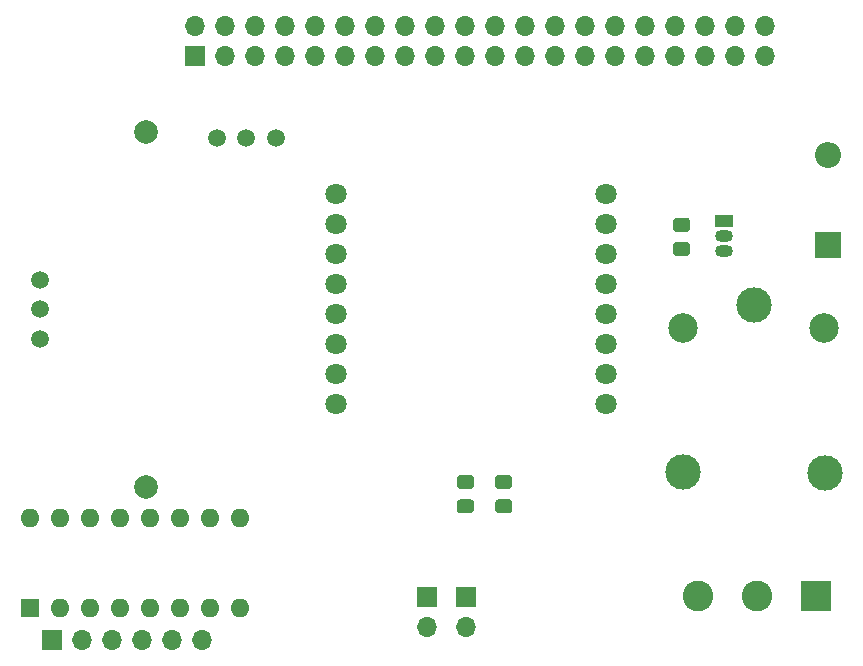
<source format=gts>
G04 #@! TF.GenerationSoftware,KiCad,Pcbnew,(5.0.0-3-g5ebb6b6)*
G04 #@! TF.CreationDate,2018-10-04T16:31:17-06:00*
G04 #@! TF.ProjectId,Hallow,48616C6C6F772E6B696361645F706362,rev?*
G04 #@! TF.SameCoordinates,Original*
G04 #@! TF.FileFunction,Soldermask,Top*
G04 #@! TF.FilePolarity,Negative*
%FSLAX46Y46*%
G04 Gerber Fmt 4.6, Leading zero omitted, Abs format (unit mm)*
G04 Created by KiCad (PCBNEW (5.0.0-3-g5ebb6b6)) date Thursday, October 04, 2018 at 04:31:17 PM*
%MOMM*%
%LPD*%
G01*
G04 APERTURE LIST*
%ADD10R,1.700000X1.700000*%
%ADD11O,1.700000X1.700000*%
%ADD12R,1.600000X1.600000*%
%ADD13O,1.600000X1.600000*%
%ADD14C,0.150000*%
%ADD15C,1.150000*%
%ADD16C,1.800000*%
%ADD17C,1.500000*%
%ADD18C,2.000000*%
%ADD19R,2.200000X2.200000*%
%ADD20O,2.200000X2.200000*%
%ADD21C,2.500000*%
%ADD22C,3.000000*%
%ADD23O,1.500000X1.050000*%
%ADD24R,1.500000X1.050000*%
%ADD25R,2.600000X2.600000*%
%ADD26C,2.600000*%
G04 APERTURE END LIST*
D10*
G04 #@! TO.C,J3*
X196240800Y-148222000D03*
D11*
X198780800Y-148222000D03*
X201320800Y-148222000D03*
X203860800Y-148222000D03*
X206400800Y-148222000D03*
X208940800Y-148222000D03*
G04 #@! TD*
D12*
G04 #@! TO.C,L293D*
X194361200Y-145478800D03*
D13*
X212141200Y-137858800D03*
X196901200Y-145478800D03*
X209601200Y-137858800D03*
X199441200Y-145478800D03*
X207061200Y-137858800D03*
X201981200Y-145478800D03*
X204521200Y-137858800D03*
X204521200Y-145478800D03*
X201981200Y-137858800D03*
X207061200Y-145478800D03*
X199441200Y-137858800D03*
X209601200Y-145478800D03*
X196901200Y-137858800D03*
X212141200Y-145478800D03*
X194361200Y-137858800D03*
G04 #@! TD*
D11*
G04 #@! TO.C,D3*
X227983745Y-147089771D03*
D10*
X227983745Y-144549771D03*
G04 #@! TD*
G04 #@! TO.C,D2*
X231242000Y-144615200D03*
D11*
X231242000Y-147155200D03*
G04 #@! TD*
D14*
G04 #@! TO.C,R3*
G36*
X231699290Y-136309095D02*
X231723558Y-136312695D01*
X231747357Y-136318656D01*
X231770456Y-136326921D01*
X231792635Y-136337411D01*
X231813678Y-136350023D01*
X231833384Y-136364638D01*
X231851562Y-136381114D01*
X231868038Y-136399292D01*
X231882653Y-136418998D01*
X231895265Y-136440041D01*
X231905755Y-136462220D01*
X231914020Y-136485319D01*
X231919981Y-136509118D01*
X231923581Y-136533386D01*
X231924785Y-136557890D01*
X231924785Y-137207892D01*
X231923581Y-137232396D01*
X231919981Y-137256664D01*
X231914020Y-137280463D01*
X231905755Y-137303562D01*
X231895265Y-137325741D01*
X231882653Y-137346784D01*
X231868038Y-137366490D01*
X231851562Y-137384668D01*
X231833384Y-137401144D01*
X231813678Y-137415759D01*
X231792635Y-137428371D01*
X231770456Y-137438861D01*
X231747357Y-137447126D01*
X231723558Y-137453087D01*
X231699290Y-137456687D01*
X231674786Y-137457891D01*
X230774784Y-137457891D01*
X230750280Y-137456687D01*
X230726012Y-137453087D01*
X230702213Y-137447126D01*
X230679114Y-137438861D01*
X230656935Y-137428371D01*
X230635892Y-137415759D01*
X230616186Y-137401144D01*
X230598008Y-137384668D01*
X230581532Y-137366490D01*
X230566917Y-137346784D01*
X230554305Y-137325741D01*
X230543815Y-137303562D01*
X230535550Y-137280463D01*
X230529589Y-137256664D01*
X230525989Y-137232396D01*
X230524785Y-137207892D01*
X230524785Y-136557890D01*
X230525989Y-136533386D01*
X230529589Y-136509118D01*
X230535550Y-136485319D01*
X230543815Y-136462220D01*
X230554305Y-136440041D01*
X230566917Y-136418998D01*
X230581532Y-136399292D01*
X230598008Y-136381114D01*
X230616186Y-136364638D01*
X230635892Y-136350023D01*
X230656935Y-136337411D01*
X230679114Y-136326921D01*
X230702213Y-136318656D01*
X230726012Y-136312695D01*
X230750280Y-136309095D01*
X230774784Y-136307891D01*
X231674786Y-136307891D01*
X231699290Y-136309095D01*
X231699290Y-136309095D01*
G37*
D15*
X231224785Y-136882891D03*
D14*
G36*
X231699290Y-134259095D02*
X231723558Y-134262695D01*
X231747357Y-134268656D01*
X231770456Y-134276921D01*
X231792635Y-134287411D01*
X231813678Y-134300023D01*
X231833384Y-134314638D01*
X231851562Y-134331114D01*
X231868038Y-134349292D01*
X231882653Y-134368998D01*
X231895265Y-134390041D01*
X231905755Y-134412220D01*
X231914020Y-134435319D01*
X231919981Y-134459118D01*
X231923581Y-134483386D01*
X231924785Y-134507890D01*
X231924785Y-135157892D01*
X231923581Y-135182396D01*
X231919981Y-135206664D01*
X231914020Y-135230463D01*
X231905755Y-135253562D01*
X231895265Y-135275741D01*
X231882653Y-135296784D01*
X231868038Y-135316490D01*
X231851562Y-135334668D01*
X231833384Y-135351144D01*
X231813678Y-135365759D01*
X231792635Y-135378371D01*
X231770456Y-135388861D01*
X231747357Y-135397126D01*
X231723558Y-135403087D01*
X231699290Y-135406687D01*
X231674786Y-135407891D01*
X230774784Y-135407891D01*
X230750280Y-135406687D01*
X230726012Y-135403087D01*
X230702213Y-135397126D01*
X230679114Y-135388861D01*
X230656935Y-135378371D01*
X230635892Y-135365759D01*
X230616186Y-135351144D01*
X230598008Y-135334668D01*
X230581532Y-135316490D01*
X230566917Y-135296784D01*
X230554305Y-135275741D01*
X230543815Y-135253562D01*
X230535550Y-135230463D01*
X230529589Y-135206664D01*
X230525989Y-135182396D01*
X230524785Y-135157892D01*
X230524785Y-134507890D01*
X230525989Y-134483386D01*
X230529589Y-134459118D01*
X230535550Y-134435319D01*
X230543815Y-134412220D01*
X230554305Y-134390041D01*
X230566917Y-134368998D01*
X230581532Y-134349292D01*
X230598008Y-134331114D01*
X230616186Y-134314638D01*
X230635892Y-134300023D01*
X230656935Y-134287411D01*
X230679114Y-134276921D01*
X230702213Y-134268656D01*
X230726012Y-134262695D01*
X230750280Y-134259095D01*
X230774784Y-134257891D01*
X231674786Y-134257891D01*
X231699290Y-134259095D01*
X231699290Y-134259095D01*
G37*
D15*
X231224785Y-134832891D03*
G04 #@! TD*
D14*
G04 #@! TO.C,R2*
G36*
X234940330Y-134252855D02*
X234964598Y-134256455D01*
X234988397Y-134262416D01*
X235011496Y-134270681D01*
X235033675Y-134281171D01*
X235054718Y-134293783D01*
X235074424Y-134308398D01*
X235092602Y-134324874D01*
X235109078Y-134343052D01*
X235123693Y-134362758D01*
X235136305Y-134383801D01*
X235146795Y-134405980D01*
X235155060Y-134429079D01*
X235161021Y-134452878D01*
X235164621Y-134477146D01*
X235165825Y-134501650D01*
X235165825Y-135151652D01*
X235164621Y-135176156D01*
X235161021Y-135200424D01*
X235155060Y-135224223D01*
X235146795Y-135247322D01*
X235136305Y-135269501D01*
X235123693Y-135290544D01*
X235109078Y-135310250D01*
X235092602Y-135328428D01*
X235074424Y-135344904D01*
X235054718Y-135359519D01*
X235033675Y-135372131D01*
X235011496Y-135382621D01*
X234988397Y-135390886D01*
X234964598Y-135396847D01*
X234940330Y-135400447D01*
X234915826Y-135401651D01*
X234015824Y-135401651D01*
X233991320Y-135400447D01*
X233967052Y-135396847D01*
X233943253Y-135390886D01*
X233920154Y-135382621D01*
X233897975Y-135372131D01*
X233876932Y-135359519D01*
X233857226Y-135344904D01*
X233839048Y-135328428D01*
X233822572Y-135310250D01*
X233807957Y-135290544D01*
X233795345Y-135269501D01*
X233784855Y-135247322D01*
X233776590Y-135224223D01*
X233770629Y-135200424D01*
X233767029Y-135176156D01*
X233765825Y-135151652D01*
X233765825Y-134501650D01*
X233767029Y-134477146D01*
X233770629Y-134452878D01*
X233776590Y-134429079D01*
X233784855Y-134405980D01*
X233795345Y-134383801D01*
X233807957Y-134362758D01*
X233822572Y-134343052D01*
X233839048Y-134324874D01*
X233857226Y-134308398D01*
X233876932Y-134293783D01*
X233897975Y-134281171D01*
X233920154Y-134270681D01*
X233943253Y-134262416D01*
X233967052Y-134256455D01*
X233991320Y-134252855D01*
X234015824Y-134251651D01*
X234915826Y-134251651D01*
X234940330Y-134252855D01*
X234940330Y-134252855D01*
G37*
D15*
X234465825Y-134826651D03*
D14*
G36*
X234940330Y-136302855D02*
X234964598Y-136306455D01*
X234988397Y-136312416D01*
X235011496Y-136320681D01*
X235033675Y-136331171D01*
X235054718Y-136343783D01*
X235074424Y-136358398D01*
X235092602Y-136374874D01*
X235109078Y-136393052D01*
X235123693Y-136412758D01*
X235136305Y-136433801D01*
X235146795Y-136455980D01*
X235155060Y-136479079D01*
X235161021Y-136502878D01*
X235164621Y-136527146D01*
X235165825Y-136551650D01*
X235165825Y-137201652D01*
X235164621Y-137226156D01*
X235161021Y-137250424D01*
X235155060Y-137274223D01*
X235146795Y-137297322D01*
X235136305Y-137319501D01*
X235123693Y-137340544D01*
X235109078Y-137360250D01*
X235092602Y-137378428D01*
X235074424Y-137394904D01*
X235054718Y-137409519D01*
X235033675Y-137422131D01*
X235011496Y-137432621D01*
X234988397Y-137440886D01*
X234964598Y-137446847D01*
X234940330Y-137450447D01*
X234915826Y-137451651D01*
X234015824Y-137451651D01*
X233991320Y-137450447D01*
X233967052Y-137446847D01*
X233943253Y-137440886D01*
X233920154Y-137432621D01*
X233897975Y-137422131D01*
X233876932Y-137409519D01*
X233857226Y-137394904D01*
X233839048Y-137378428D01*
X233822572Y-137360250D01*
X233807957Y-137340544D01*
X233795345Y-137319501D01*
X233784855Y-137297322D01*
X233776590Y-137274223D01*
X233770629Y-137250424D01*
X233767029Y-137226156D01*
X233765825Y-137201652D01*
X233765825Y-136551650D01*
X233767029Y-136527146D01*
X233770629Y-136502878D01*
X233776590Y-136479079D01*
X233784855Y-136455980D01*
X233795345Y-136433801D01*
X233807957Y-136412758D01*
X233822572Y-136393052D01*
X233839048Y-136374874D01*
X233857226Y-136358398D01*
X233876932Y-136343783D01*
X233897975Y-136331171D01*
X233920154Y-136320681D01*
X233943253Y-136312416D01*
X233967052Y-136306455D01*
X233991320Y-136302855D01*
X234015824Y-136301651D01*
X234915826Y-136301651D01*
X234940330Y-136302855D01*
X234940330Y-136302855D01*
G37*
D15*
X234465825Y-136876651D03*
G04 #@! TD*
D16*
G04 #@! TO.C,U1*
X220269200Y-110477600D03*
X220269200Y-113017600D03*
X220269200Y-115557600D03*
X220269200Y-118097600D03*
X220269200Y-120637600D03*
X220269200Y-123177600D03*
X220269200Y-125717600D03*
X220269200Y-128257600D03*
X243129200Y-128257600D03*
X243129200Y-125717600D03*
X243129200Y-123177600D03*
X243129200Y-120637600D03*
X243129200Y-118097600D03*
X243129200Y-115557600D03*
X243129200Y-113017600D03*
X243129200Y-110477600D03*
G04 #@! TD*
D17*
G04 #@! TO.C,J2*
X215181600Y-105731200D03*
X212681600Y-105731200D03*
X210181600Y-105731200D03*
X195181600Y-117731200D03*
X195181600Y-120231200D03*
X195181600Y-122731200D03*
D18*
X204181600Y-135231200D03*
X204181600Y-105231200D03*
G04 #@! TD*
D19*
G04 #@! TO.C,D1*
X261925200Y-114795600D03*
D20*
X261925200Y-107175600D03*
G04 #@! TD*
D21*
G04 #@! TO.C,K1*
X249626800Y-121825600D03*
D22*
X249626800Y-134025600D03*
X261676800Y-134075600D03*
D21*
X261626800Y-121825600D03*
D22*
X255676800Y-119875600D03*
G04 #@! TD*
D23*
G04 #@! TO.C,Q1*
X253136800Y-114033600D03*
X253136800Y-115303600D03*
D24*
X253136800Y-112763600D03*
G04 #@! TD*
D14*
G04 #@! TO.C,R1*
G36*
X250004505Y-112485604D02*
X250028773Y-112489204D01*
X250052572Y-112495165D01*
X250075671Y-112503430D01*
X250097850Y-112513920D01*
X250118893Y-112526532D01*
X250138599Y-112541147D01*
X250156777Y-112557623D01*
X250173253Y-112575801D01*
X250187868Y-112595507D01*
X250200480Y-112616550D01*
X250210970Y-112638729D01*
X250219235Y-112661828D01*
X250225196Y-112685627D01*
X250228796Y-112709895D01*
X250230000Y-112734399D01*
X250230000Y-113384401D01*
X250228796Y-113408905D01*
X250225196Y-113433173D01*
X250219235Y-113456972D01*
X250210970Y-113480071D01*
X250200480Y-113502250D01*
X250187868Y-113523293D01*
X250173253Y-113542999D01*
X250156777Y-113561177D01*
X250138599Y-113577653D01*
X250118893Y-113592268D01*
X250097850Y-113604880D01*
X250075671Y-113615370D01*
X250052572Y-113623635D01*
X250028773Y-113629596D01*
X250004505Y-113633196D01*
X249980001Y-113634400D01*
X249079999Y-113634400D01*
X249055495Y-113633196D01*
X249031227Y-113629596D01*
X249007428Y-113623635D01*
X248984329Y-113615370D01*
X248962150Y-113604880D01*
X248941107Y-113592268D01*
X248921401Y-113577653D01*
X248903223Y-113561177D01*
X248886747Y-113542999D01*
X248872132Y-113523293D01*
X248859520Y-113502250D01*
X248849030Y-113480071D01*
X248840765Y-113456972D01*
X248834804Y-113433173D01*
X248831204Y-113408905D01*
X248830000Y-113384401D01*
X248830000Y-112734399D01*
X248831204Y-112709895D01*
X248834804Y-112685627D01*
X248840765Y-112661828D01*
X248849030Y-112638729D01*
X248859520Y-112616550D01*
X248872132Y-112595507D01*
X248886747Y-112575801D01*
X248903223Y-112557623D01*
X248921401Y-112541147D01*
X248941107Y-112526532D01*
X248962150Y-112513920D01*
X248984329Y-112503430D01*
X249007428Y-112495165D01*
X249031227Y-112489204D01*
X249055495Y-112485604D01*
X249079999Y-112484400D01*
X249980001Y-112484400D01*
X250004505Y-112485604D01*
X250004505Y-112485604D01*
G37*
D15*
X249530000Y-113059400D03*
D14*
G36*
X250004505Y-114535604D02*
X250028773Y-114539204D01*
X250052572Y-114545165D01*
X250075671Y-114553430D01*
X250097850Y-114563920D01*
X250118893Y-114576532D01*
X250138599Y-114591147D01*
X250156777Y-114607623D01*
X250173253Y-114625801D01*
X250187868Y-114645507D01*
X250200480Y-114666550D01*
X250210970Y-114688729D01*
X250219235Y-114711828D01*
X250225196Y-114735627D01*
X250228796Y-114759895D01*
X250230000Y-114784399D01*
X250230000Y-115434401D01*
X250228796Y-115458905D01*
X250225196Y-115483173D01*
X250219235Y-115506972D01*
X250210970Y-115530071D01*
X250200480Y-115552250D01*
X250187868Y-115573293D01*
X250173253Y-115592999D01*
X250156777Y-115611177D01*
X250138599Y-115627653D01*
X250118893Y-115642268D01*
X250097850Y-115654880D01*
X250075671Y-115665370D01*
X250052572Y-115673635D01*
X250028773Y-115679596D01*
X250004505Y-115683196D01*
X249980001Y-115684400D01*
X249079999Y-115684400D01*
X249055495Y-115683196D01*
X249031227Y-115679596D01*
X249007428Y-115673635D01*
X248984329Y-115665370D01*
X248962150Y-115654880D01*
X248941107Y-115642268D01*
X248921401Y-115627653D01*
X248903223Y-115611177D01*
X248886747Y-115592999D01*
X248872132Y-115573293D01*
X248859520Y-115552250D01*
X248849030Y-115530071D01*
X248840765Y-115506972D01*
X248834804Y-115483173D01*
X248831204Y-115458905D01*
X248830000Y-115434401D01*
X248830000Y-114784399D01*
X248831204Y-114759895D01*
X248834804Y-114735627D01*
X248840765Y-114711828D01*
X248849030Y-114688729D01*
X248859520Y-114666550D01*
X248872132Y-114645507D01*
X248886747Y-114625801D01*
X248903223Y-114607623D01*
X248921401Y-114591147D01*
X248941107Y-114576532D01*
X248962150Y-114563920D01*
X248984329Y-114553430D01*
X249007428Y-114545165D01*
X249031227Y-114539204D01*
X249055495Y-114535604D01*
X249079999Y-114534400D01*
X249980001Y-114534400D01*
X250004505Y-114535604D01*
X250004505Y-114535604D01*
G37*
D15*
X249530000Y-115109400D03*
G04 #@! TD*
D25*
G04 #@! TO.C,J1*
X260909200Y-144513600D03*
D26*
X255909200Y-144513600D03*
X250909200Y-144513600D03*
G04 #@! TD*
D10*
G04 #@! TO.C,P1*
X208370000Y-98770000D03*
D11*
X208370000Y-96230000D03*
X210910000Y-98770000D03*
X210910000Y-96230000D03*
X213450000Y-98770000D03*
X213450000Y-96230000D03*
X215990000Y-98770000D03*
X215990000Y-96230000D03*
X218530000Y-98770000D03*
X218530000Y-96230000D03*
X221070000Y-98770000D03*
X221070000Y-96230000D03*
X223610000Y-98770000D03*
X223610000Y-96230000D03*
X226150000Y-98770000D03*
X226150000Y-96230000D03*
X228690000Y-98770000D03*
X228690000Y-96230000D03*
X231230000Y-98770000D03*
X231230000Y-96230000D03*
X233770000Y-98770000D03*
X233770000Y-96230000D03*
X236310000Y-98770000D03*
X236310000Y-96230000D03*
X238850000Y-98770000D03*
X238850000Y-96230000D03*
X241390000Y-98770000D03*
X241390000Y-96230000D03*
X243930000Y-98770000D03*
X243930000Y-96230000D03*
X246470000Y-98770000D03*
X246470000Y-96230000D03*
X249010000Y-98770000D03*
X249010000Y-96230000D03*
X251550000Y-98770000D03*
X251550000Y-96230000D03*
X254090000Y-98770000D03*
X254090000Y-96230000D03*
X256630000Y-98770000D03*
X256630000Y-96230000D03*
G04 #@! TD*
M02*

</source>
